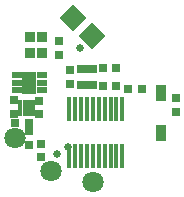
<source format=gbs>
%FSTAX23Y23*%
%MOIN*%
%SFA1B1*%

%IPPOS*%
%AMD65*
4,1,4,-0.044500,0.000000,0.000000,-0.044500,0.044500,0.000000,0.000000,0.044500,-0.044500,0.000000,0.0*
%
%ADD35R,0.029650X0.029650*%
%ADD37R,0.029650X0.029650*%
%ADD43C,0.025720*%
%ADD44C,0.070990*%
%ADD60R,0.033590X0.021780*%
%ADD61R,0.051310X0.074930*%
%ADD62R,0.035560X0.037530*%
%ADD63R,0.013910X0.027690*%
%ADD64R,0.017840X0.078870*%
G04~CAMADD=65~10~0.0~631.2~0.0~0.0~0.0~0.0~0~0.0~0.0~0.0~0.0~0~0.0~0.0~0.0~0.0~0~0.0~0.0~0.0~135.0~631.2~0.0*
%ADD65D65*%
%ADD66R,0.037530X0.055240*%
%ADD67R,0.033590X0.031620*%
%LNkoosh_main_board_v1_2-1*%
%LPD*%
G54D35*
X00463Y0031D03*
X00417D03*
X00086Y00195D03*
X0004D03*
X00332Y0032D03*
X00378D03*
X00332Y0038D03*
X00378D03*
G54D37*
X0012Y00224D03*
Y0027D03*
X00222Y00371D03*
Y00325D03*
X00575Y00278D03*
Y00232D03*
X00185Y00422D03*
Y00468D03*
X00038Y00271D03*
Y00225D03*
X00128Y00127D03*
Y00081D03*
X00086Y00122D03*
Y00168D03*
G54D43*
X00179Y00093D03*
X00218Y00114D03*
X00256Y00445D03*
G54D44*
X0004Y00145D03*
X0016Y00035D03*
X003Y0D03*
G54D60*
X00047Y00304D03*
Y0033D03*
Y00355D03*
X0013D03*
Y0033D03*
Y00304D03*
G54D61*
X00088Y0033D03*
G54D62*
X00129Y00481D03*
Y00428D03*
X0009D03*
Y00481D03*
G54D63*
X001Y00232D03*
X00086D03*
X00072D03*
X00058D03*
Y0026D03*
X00072D03*
X00086D03*
X001D03*
G54D64*
X00398Y00086D03*
Y00243D03*
X00378Y00086D03*
Y00243D03*
X00359Y00086D03*
Y00243D03*
X00339Y00086D03*
Y00243D03*
X00319Y00086D03*
Y00243D03*
X003Y00086D03*
Y00243D03*
X0028Y00086D03*
Y00243D03*
X0026Y00086D03*
Y00243D03*
X00241Y00086D03*
Y00243D03*
X00221Y00086D03*
Y00243D03*
G54D65*
X00295Y00486D03*
X00234Y00547D03*
G54D66*
X00525Y00163D03*
Y00296D03*
G54D67*
X00262Y00322D03*
X00297D03*
Y00377D03*
X00262D03*
M02*
</source>
